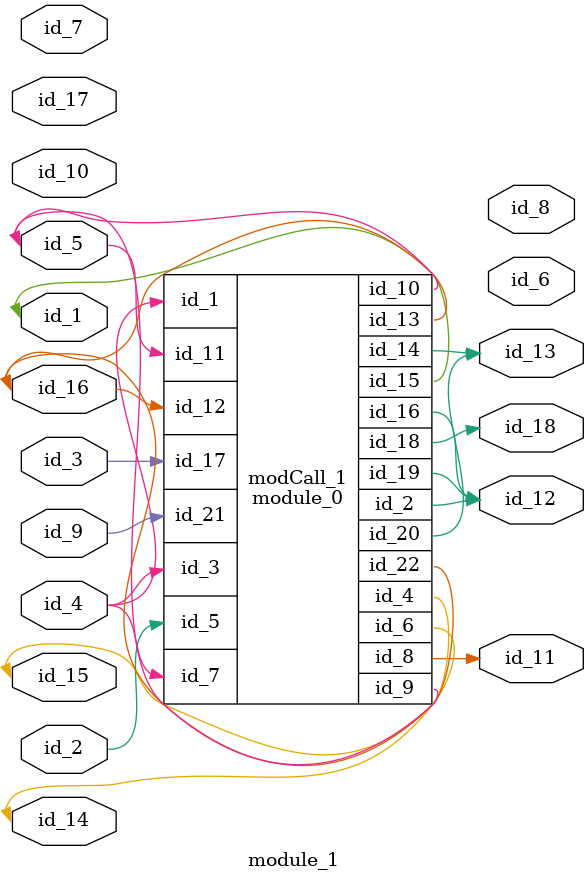
<source format=v>
module module_0 (
    id_1,
    id_2,
    id_3,
    id_4,
    id_5,
    id_6,
    id_7,
    id_8,
    id_9,
    id_10,
    id_11,
    id_12,
    id_13,
    id_14,
    id_15,
    id_16,
    id_17,
    id_18,
    id_19,
    id_20,
    id_21,
    id_22
);
  inout wire id_22;
  input wire id_21;
  output wire id_20;
  output wire id_19;
  output wire id_18;
  input wire id_17;
  output wire id_16;
  inout wire id_15;
  output wire id_14;
  inout wire id_13;
  input wire id_12;
  input wire id_11;
  inout wire id_10;
  inout wire id_9;
  output wire id_8;
  input wire id_7;
  inout wire id_6;
  input wire id_5;
  inout wire id_4;
  input wire id_3;
  output wire id_2;
  input wire id_1;
  wire id_23;
  wire id_24;
endmodule
module module_1 (
    id_1,
    id_2,
    id_3,
    id_4,
    id_5,
    id_6,
    id_7,
    id_8,
    id_9,
    id_10,
    id_11,
    id_12,
    id_13,
    id_14,
    id_15,
    id_16,
    id_17,
    id_18
);
  output wire id_18;
  input wire id_17;
  inout wire id_16;
  inout wire id_15;
  inout wire id_14;
  output wire id_13;
  output wire id_12;
  output wire id_11;
  input wire id_10;
  inout wire id_9;
  output wire id_8;
  inout wire id_7;
  output wire id_6;
  inout wire id_5;
  input wire id_4;
  input wire id_3;
  input wire id_2;
  inout wire id_1;
  module_0 modCall_1 (
      id_4,
      id_12,
      id_4,
      id_15,
      id_2,
      id_14,
      id_4,
      id_11,
      id_5,
      id_5,
      id_5,
      id_16,
      id_16,
      id_13,
      id_1,
      id_12,
      id_3,
      id_18,
      id_12,
      id_13,
      id_9,
      id_16
  );
  assign id_8[1] = id_7[1];
endmodule

</source>
